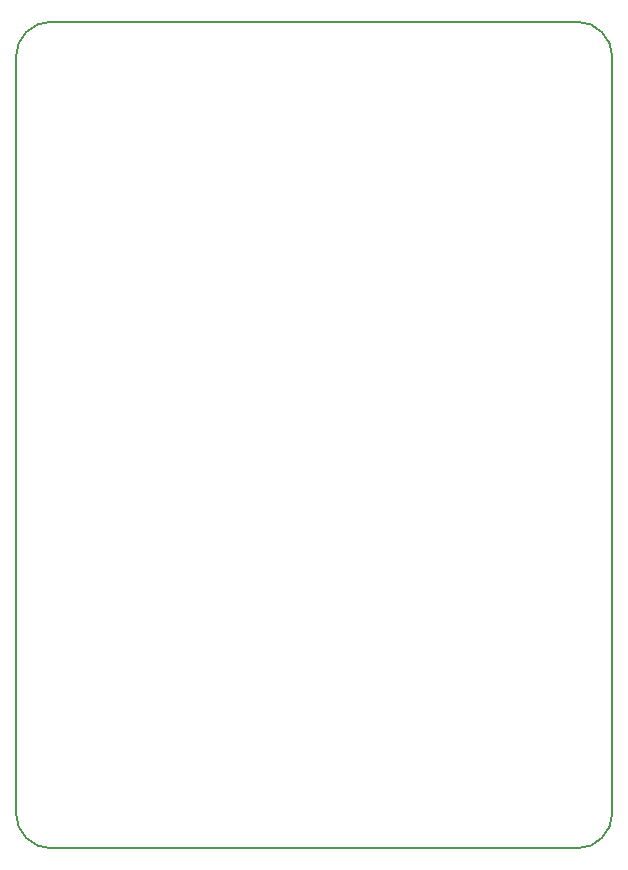
<source format=gbr>
G04 #@! TF.FileFunction,Profile,NP*
%FSLAX46Y46*%
G04 Gerber Fmt 4.6, Leading zero omitted, Abs format (unit mm)*
G04 Created by KiCad (PCBNEW 0.201509101502+6177~30~ubuntu14.04.1-product) date Sat 12 Sep 2015 10:17:21 PM CEST*
%MOMM*%
G01*
G04 APERTURE LIST*
%ADD10C,0.100000*%
%ADD11C,0.150000*%
G04 APERTURE END LIST*
D10*
D11*
X47500000Y-70000000D02*
G75*
G03X50500000Y-67000000I0J3000000D01*
G01*
X0Y-67000000D02*
G75*
G03X3000000Y-70000000I3000000J0D01*
G01*
X50500000Y-3000000D02*
G75*
G03X47500000Y0I-3000000J0D01*
G01*
X3000000Y0D02*
G75*
G03X0Y-3000000I0J-3000000D01*
G01*
X0Y-67000000D02*
X0Y-3000000D01*
X47500000Y-70000000D02*
X3000000Y-70000000D01*
X50500000Y-3000000D02*
X50500000Y-67000000D01*
X3000000Y0D02*
X47500000Y0D01*
M02*

</source>
